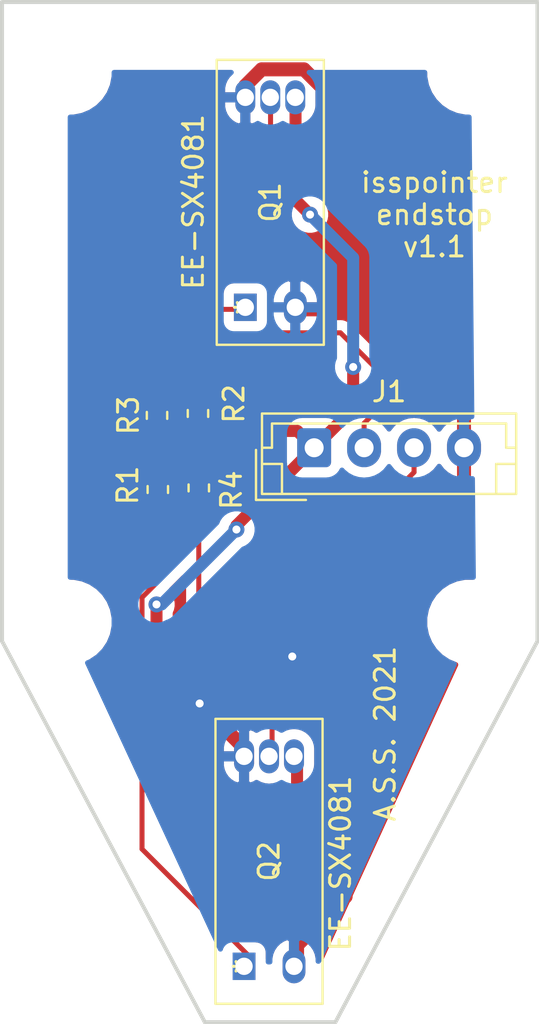
<source format=kicad_pcb>
(kicad_pcb (version 20171130) (host pcbnew "(5.1.5)-3")

  (general
    (thickness 1.6)
    (drawings 20)
    (tracks 87)
    (zones 0)
    (modules 11)
    (nets 7)
  )

  (page A4)
  (layers
    (0 F.Cu signal)
    (31 B.Cu signal)
    (32 B.Adhes user)
    (33 F.Adhes user)
    (34 B.Paste user)
    (35 F.Paste user)
    (36 B.SilkS user)
    (37 F.SilkS user)
    (38 B.Mask user)
    (39 F.Mask user)
    (40 Dwgs.User user)
    (41 Cmts.User user)
    (42 Eco1.User user)
    (43 Eco2.User user)
    (44 Edge.Cuts user)
    (45 Margin user)
    (46 B.CrtYd user)
    (47 F.CrtYd user)
    (48 B.Fab user)
    (49 F.Fab user hide)
  )

  (setup
    (last_trace_width 0.25)
    (trace_clearance 0.2)
    (zone_clearance 0.508)
    (zone_45_only no)
    (trace_min 0.2)
    (via_size 0.8)
    (via_drill 0.4)
    (via_min_size 0.4)
    (via_min_drill 0.3)
    (uvia_size 0.3)
    (uvia_drill 0.1)
    (uvias_allowed no)
    (uvia_min_size 0.2)
    (uvia_min_drill 0.1)
    (edge_width 0.1)
    (segment_width 0.2)
    (pcb_text_width 0.3)
    (pcb_text_size 1.5 1.5)
    (mod_edge_width 0.15)
    (mod_text_size 1 1)
    (mod_text_width 0.15)
    (pad_size 1.3716 1)
    (pad_drill 0.8636)
    (pad_to_mask_clearance 0)
    (aux_axis_origin 0 0)
    (visible_elements 7FFFFFFF)
    (pcbplotparams
      (layerselection 0x010fc_ffffffff)
      (usegerberextensions false)
      (usegerberattributes false)
      (usegerberadvancedattributes false)
      (creategerberjobfile false)
      (excludeedgelayer true)
      (linewidth 0.100000)
      (plotframeref false)
      (viasonmask false)
      (mode 1)
      (useauxorigin false)
      (hpglpennumber 1)
      (hpglpenspeed 20)
      (hpglpendiameter 15.000000)
      (psnegative false)
      (psa4output false)
      (plotreference true)
      (plotvalue true)
      (plotinvisibletext false)
      (padsonsilk false)
      (subtractmaskfromsilk false)
      (outputformat 1)
      (mirror false)
      (drillshape 0)
      (scaleselection 1)
      (outputdirectory "C:/Users/andrey/Desktop/endstop_board"))
  )

  (net 0 "")
  (net 1 +5V)
  (net 2 /END_V1)
  (net 3 /END_V2)
  (net 4 GND)
  (net 5 "Net-(Q1-Pad1)")
  (net 6 "Net-(Q2-Pad1)")

  (net_class Default "This is the default net class."
    (clearance 0.2)
    (trace_width 0.25)
    (via_dia 0.8)
    (via_drill 0.4)
    (uvia_dia 0.3)
    (uvia_drill 0.1)
    (add_net /END_V1)
    (add_net /END_V2)
    (add_net "Net-(Q1-Pad1)")
    (add_net "Net-(Q2-Pad1)")
  )

  (net_class ground ""
    (clearance 0.2)
    (trace_width 0.7)
    (via_dia 0.8)
    (via_drill 0.4)
    (uvia_dia 0.3)
    (uvia_drill 0.1)
    (add_net GND)
  )

  (net_class power ""
    (clearance 0.2)
    (trace_width 0.6)
    (via_dia 0.8)
    (via_drill 0.4)
    (uvia_dia 0.3)
    (uvia_drill 0.1)
    (add_net +5V)
  )

  (module Connector_JST:JST_EH_B4B-EH-A_1x04_P2.50mm_Vertical (layer F.Cu) (tedit 5C28142C) (tstamp 60AAD6F7)
    (at 126.95174 92.1766)
    (descr "JST EH series connector, B4B-EH-A (http://www.jst-mfg.com/product/pdf/eng/eEH.pdf), generated with kicad-footprint-generator")
    (tags "connector JST EH vertical")
    (path /60ACB42B)
    (fp_text reference J1 (at 3.75 -2.8) (layer F.SilkS)
      (effects (font (size 1 1) (thickness 0.15)))
    )
    (fp_text value Conn_01x04_Female (at 3.75 3.4) (layer F.Fab)
      (effects (font (size 1 1) (thickness 0.15)))
    )
    (fp_line (start -2.5 -1.6) (end -2.5 2.2) (layer F.Fab) (width 0.1))
    (fp_line (start -2.5 2.2) (end 10 2.2) (layer F.Fab) (width 0.1))
    (fp_line (start 10 2.2) (end 10 -1.6) (layer F.Fab) (width 0.1))
    (fp_line (start 10 -1.6) (end -2.5 -1.6) (layer F.Fab) (width 0.1))
    (fp_line (start -3 -2.1) (end -3 2.7) (layer F.CrtYd) (width 0.05))
    (fp_line (start -3 2.7) (end 10.5 2.7) (layer F.CrtYd) (width 0.05))
    (fp_line (start 10.5 2.7) (end 10.5 -2.1) (layer F.CrtYd) (width 0.05))
    (fp_line (start 10.5 -2.1) (end -3 -2.1) (layer F.CrtYd) (width 0.05))
    (fp_line (start -2.61 -1.71) (end -2.61 2.31) (layer F.SilkS) (width 0.12))
    (fp_line (start -2.61 2.31) (end 10.11 2.31) (layer F.SilkS) (width 0.12))
    (fp_line (start 10.11 2.31) (end 10.11 -1.71) (layer F.SilkS) (width 0.12))
    (fp_line (start 10.11 -1.71) (end -2.61 -1.71) (layer F.SilkS) (width 0.12))
    (fp_line (start -2.61 0) (end -2.11 0) (layer F.SilkS) (width 0.12))
    (fp_line (start -2.11 0) (end -2.11 -1.21) (layer F.SilkS) (width 0.12))
    (fp_line (start -2.11 -1.21) (end 9.61 -1.21) (layer F.SilkS) (width 0.12))
    (fp_line (start 9.61 -1.21) (end 9.61 0) (layer F.SilkS) (width 0.12))
    (fp_line (start 9.61 0) (end 10.11 0) (layer F.SilkS) (width 0.12))
    (fp_line (start -2.61 0.81) (end -1.61 0.81) (layer F.SilkS) (width 0.12))
    (fp_line (start -1.61 0.81) (end -1.61 2.31) (layer F.SilkS) (width 0.12))
    (fp_line (start 10.11 0.81) (end 9.11 0.81) (layer F.SilkS) (width 0.12))
    (fp_line (start 9.11 0.81) (end 9.11 2.31) (layer F.SilkS) (width 0.12))
    (fp_line (start -2.91 0.11) (end -2.91 2.61) (layer F.SilkS) (width 0.12))
    (fp_line (start -2.91 2.61) (end -0.41 2.61) (layer F.SilkS) (width 0.12))
    (fp_line (start -2.91 0.11) (end -2.91 2.61) (layer F.Fab) (width 0.1))
    (fp_line (start -2.91 2.61) (end -0.41 2.61) (layer F.Fab) (width 0.1))
    (fp_text user %R (at 3.75 1.5) (layer F.Fab)
      (effects (font (size 1 1) (thickness 0.15)))
    )
    (pad 1 thru_hole roundrect (at 0 0) (size 1.7 1.95) (drill 0.95) (layers *.Cu *.Mask) (roundrect_rratio 0.147059)
      (net 1 +5V))
    (pad 2 thru_hole oval (at 2.5 0) (size 1.7 1.95) (drill 0.95) (layers *.Cu *.Mask)
      (net 2 /END_V1))
    (pad 3 thru_hole oval (at 5 0) (size 1.7 1.95) (drill 0.95) (layers *.Cu *.Mask)
      (net 3 /END_V2))
    (pad 4 thru_hole oval (at 7.5 0) (size 1.7 1.95) (drill 0.95) (layers *.Cu *.Mask)
      (net 4 GND))
    (model ${KISYS3DMOD}/Connector_JST.3dshapes/JST_EH_B4B-EH-A_1x04_P2.50mm_Vertical.wrl
      (at (xyz 0 0 0))
      (scale (xyz 1 1 1))
      (rotate (xyz 0 0 0))
    )
  )

  (module Resistor_SMD:R_0603_1608Metric_Pad1.05x0.95mm_HandSolder (layer F.Cu) (tedit 5B301BBD) (tstamp 60AAD1DA)
    (at 121.13768 90.4621 90)
    (descr "Resistor SMD 0603 (1608 Metric), square (rectangular) end terminal, IPC_7351 nominal with elongated pad for handsoldering. (Body size source: http://www.tortai-tech.com/upload/download/2011102023233369053.pdf), generated with kicad-footprint-generator")
    (tags "resistor handsolder")
    (path /60AB05F0)
    (attr smd)
    (fp_text reference R2 (at 0.4826 1.79832 90) (layer F.SilkS)
      (effects (font (size 1 1) (thickness 0.15)))
    )
    (fp_text value "4.7K(5%)" (at 0 1.43 90) (layer F.Fab)
      (effects (font (size 1 1) (thickness 0.15)))
    )
    (fp_line (start -0.8 0.4) (end -0.8 -0.4) (layer F.Fab) (width 0.1))
    (fp_line (start -0.8 -0.4) (end 0.8 -0.4) (layer F.Fab) (width 0.1))
    (fp_line (start 0.8 -0.4) (end 0.8 0.4) (layer F.Fab) (width 0.1))
    (fp_line (start 0.8 0.4) (end -0.8 0.4) (layer F.Fab) (width 0.1))
    (fp_line (start -0.171267 -0.51) (end 0.171267 -0.51) (layer F.SilkS) (width 0.12))
    (fp_line (start -0.171267 0.51) (end 0.171267 0.51) (layer F.SilkS) (width 0.12))
    (fp_line (start -1.65 0.73) (end -1.65 -0.73) (layer F.CrtYd) (width 0.05))
    (fp_line (start -1.65 -0.73) (end 1.65 -0.73) (layer F.CrtYd) (width 0.05))
    (fp_line (start 1.65 -0.73) (end 1.65 0.73) (layer F.CrtYd) (width 0.05))
    (fp_line (start 1.65 0.73) (end -1.65 0.73) (layer F.CrtYd) (width 0.05))
    (fp_text user %R (at 0 0 90) (layer F.Fab)
      (effects (font (size 0.4 0.4) (thickness 0.06)))
    )
    (pad 1 smd roundrect (at -0.875 0 90) (size 1.05 0.95) (layers F.Cu F.Paste F.Mask) (roundrect_rratio 0.25)
      (net 1 +5V))
    (pad 2 smd roundrect (at 0.875 0 90) (size 1.05 0.95) (layers F.Cu F.Paste F.Mask) (roundrect_rratio 0.25)
      (net 2 /END_V1))
    (model ${KISYS3DMOD}/Resistor_SMD.3dshapes/R_0603_1608Metric.wrl
      (at (xyz 0 0 0))
      (scale (xyz 1 1 1))
      (rotate (xyz 0 0 0))
    )
  )

  (module Resistor_SMD:R_0603_1608Metric_Pad1.05x0.95mm_HandSolder (layer F.Cu) (tedit 60AAD170) (tstamp 60AAD1EB)
    (at 119.0879 90.55862 90)
    (descr "Resistor SMD 0603 (1608 Metric), square (rectangular) end terminal, IPC_7351 nominal with elongated pad for handsoldering. (Body size source: http://www.tortai-tech.com/upload/download/2011102023233369053.pdf), generated with kicad-footprint-generator")
    (tags "resistor handsolder")
    (path /60AC4F1F)
    (attr smd)
    (fp_text reference R3 (at 0 -1.43 90) (layer F.SilkS)
      (effects (font (size 1 1) (thickness 0.15)))
    )
    (fp_text value "330(5%)" (at 0 1.43 90) (layer F.Fab)
      (effects (font (size 1 1) (thickness 0.15)))
    )
    (fp_text user %R (at 0 0 90) (layer F.Fab)
      (effects (font (size 0.4 0.4) (thickness 0.06)))
    )
    (fp_line (start 1.65 0.73) (end -1.65 0.73) (layer F.CrtYd) (width 0.05))
    (fp_line (start 1.65 -0.73) (end 1.65 0.73) (layer F.CrtYd) (width 0.05))
    (fp_line (start -1.65 -0.73) (end 1.65 -0.73) (layer F.CrtYd) (width 0.05))
    (fp_line (start -1.65 0.73) (end -1.65 -0.73) (layer F.CrtYd) (width 0.05))
    (fp_line (start -0.171267 0.51) (end 0.171267 0.51) (layer F.SilkS) (width 0.12))
    (fp_line (start -0.171267 -0.51) (end 0.171267 -0.51) (layer F.SilkS) (width 0.12))
    (fp_line (start 0.8 0.4) (end -0.8 0.4) (layer F.Fab) (width 0.1))
    (fp_line (start 0.8 -0.4) (end 0.8 0.4) (layer F.Fab) (width 0.1))
    (fp_line (start -0.8 -0.4) (end 0.8 -0.4) (layer F.Fab) (width 0.1))
    (fp_line (start -0.8 0.4) (end -0.8 -0.4) (layer F.Fab) (width 0.1))
    (pad 2 smd roundrect (at 0.875 0 90) (size 1.05 0.95) (layers F.Cu F.Paste F.Mask) (roundrect_rratio 0.25)
      (net 6 "Net-(Q2-Pad1)"))
    (pad 1 smd roundrect (at -0.875 0 90) (size 1.05 0.95) (layers F.Cu F.Paste F.Mask) (roundrect_rratio 0.25)
      (net 1 +5V))
    (model ${KISYS3DMOD}/Resistor_SMD.3dshapes/R_0603_1608Metric.wrl
      (at (xyz 0 0 0))
      (scale (xyz 1 1 1))
      (rotate (xyz 0 0 0))
    )
  )

  (module Resistor_SMD:R_0603_1608Metric_Pad1.05x0.95mm_HandSolder (layer F.Cu) (tedit 5B301BBD) (tstamp 60AAD1FC)
    (at 121.17832 94.18574 270)
    (descr "Resistor SMD 0603 (1608 Metric), square (rectangular) end terminal, IPC_7351 nominal with elongated pad for handsoldering. (Body size source: http://www.tortai-tech.com/upload/download/2011102023233369053.pdf), generated with kicad-footprint-generator")
    (tags "resistor handsolder")
    (path /60AC4F15)
    (attr smd)
    (fp_text reference R4 (at 0.11176 -1.63068 90) (layer F.SilkS)
      (effects (font (size 1 1) (thickness 0.15)))
    )
    (fp_text value "4.7K(5%)" (at 0 1.43 90) (layer F.Fab)
      (effects (font (size 1 1) (thickness 0.15)))
    )
    (fp_line (start -0.8 0.4) (end -0.8 -0.4) (layer F.Fab) (width 0.1))
    (fp_line (start -0.8 -0.4) (end 0.8 -0.4) (layer F.Fab) (width 0.1))
    (fp_line (start 0.8 -0.4) (end 0.8 0.4) (layer F.Fab) (width 0.1))
    (fp_line (start 0.8 0.4) (end -0.8 0.4) (layer F.Fab) (width 0.1))
    (fp_line (start -0.171267 -0.51) (end 0.171267 -0.51) (layer F.SilkS) (width 0.12))
    (fp_line (start -0.171267 0.51) (end 0.171267 0.51) (layer F.SilkS) (width 0.12))
    (fp_line (start -1.65 0.73) (end -1.65 -0.73) (layer F.CrtYd) (width 0.05))
    (fp_line (start -1.65 -0.73) (end 1.65 -0.73) (layer F.CrtYd) (width 0.05))
    (fp_line (start 1.65 -0.73) (end 1.65 0.73) (layer F.CrtYd) (width 0.05))
    (fp_line (start 1.65 0.73) (end -1.65 0.73) (layer F.CrtYd) (width 0.05))
    (fp_text user %R (at 0 0 90) (layer F.Fab)
      (effects (font (size 0.4 0.4) (thickness 0.06)))
    )
    (pad 1 smd roundrect (at -0.875 0 270) (size 1.05 0.95) (layers F.Cu F.Paste F.Mask) (roundrect_rratio 0.25)
      (net 1 +5V))
    (pad 2 smd roundrect (at 0.875 0 270) (size 1.05 0.95) (layers F.Cu F.Paste F.Mask) (roundrect_rratio 0.25)
      (net 3 /END_V2))
    (model ${KISYS3DMOD}/Resistor_SMD.3dshapes/R_0603_1608Metric.wrl
      (at (xyz 0 0 0))
      (scale (xyz 1 1 1))
      (rotate (xyz 0 0 0))
    )
  )

  (module MountingHole:MountingHole_3.2mm_M3 (layer F.Cu) (tedit 56D1B4CB) (tstamp 60AB3399)
    (at 114.7064 100.8888)
    (descr "Mounting Hole 3.2mm, no annular, M3")
    (tags "mounting hole 3.2mm no annular m3")
    (attr virtual)
    (fp_text reference REF** (at 0 -4.2) (layer F.SilkS) hide
      (effects (font (size 1 1) (thickness 0.15)))
    )
    (fp_text value MountingHole_3.2mm_M3 (at 0 4.2) (layer F.Fab)
      (effects (font (size 1 1) (thickness 0.15)))
    )
    (fp_text user %R (at 0.3 0) (layer F.Fab)
      (effects (font (size 1 1) (thickness 0.15)))
    )
    (fp_circle (center 0 0) (end 3.2 0) (layer Cmts.User) (width 0.15))
    (fp_circle (center 0 0) (end 3.45 0) (layer F.CrtYd) (width 0.05))
    (pad 1 np_thru_hole circle (at 0 0) (size 3.2 3.2) (drill 3.2) (layers *.Cu *.Mask))
  )

  (module MountingHole:MountingHole_3.2mm_M3 (layer F.Cu) (tedit 56D1B4CB) (tstamp 60AB3386)
    (at 134.7216 100.8888)
    (descr "Mounting Hole 3.2mm, no annular, M3")
    (tags "mounting hole 3.2mm no annular m3")
    (attr virtual)
    (fp_text reference REF** (at 12.7254 -3.1623) (layer F.SilkS) hide
      (effects (font (size 1 1) (thickness 0.15)))
    )
    (fp_text value MountingHole_3.2mm_M3 (at 0 4.2) (layer F.Fab)
      (effects (font (size 1 1) (thickness 0.15)))
    )
    (fp_circle (center 0 0) (end 3.45 0) (layer F.CrtYd) (width 0.05))
    (fp_circle (center 0 0) (end 3.2 0) (layer Cmts.User) (width 0.15))
    (fp_text user %R (at 0.3 0) (layer F.Fab)
      (effects (font (size 1 1) (thickness 0.15)))
    )
    (pad 1 np_thru_hole circle (at 0 0) (size 3.2 3.2) (drill 3.2) (layers *.Cu *.Mask))
  )

  (module Resistor_SMD:R_0603_1608Metric_Pad1.05x0.95mm_HandSolder (layer F.Cu) (tedit 5B301BBD) (tstamp 60AAD1C9)
    (at 119.12854 94.26572 270)
    (descr "Resistor SMD 0603 (1608 Metric), square (rectangular) end terminal, IPC_7351 nominal with elongated pad for handsoldering. (Body size source: http://www.tortai-tech.com/upload/download/2011102023233369053.pdf), generated with kicad-footprint-generator")
    (tags "resistor handsolder")
    (path /60AB0FBD)
    (attr smd)
    (fp_text reference R1 (at -0.20828 1.50622 90) (layer F.SilkS)
      (effects (font (size 1 1) (thickness 0.15)))
    )
    (fp_text value "330(5%)" (at 0 1.43 90) (layer F.Fab)
      (effects (font (size 1 1) (thickness 0.15)))
    )
    (fp_text user %R (at 0 0 90) (layer F.Fab)
      (effects (font (size 0.4 0.4) (thickness 0.06)))
    )
    (fp_line (start 1.65 0.73) (end -1.65 0.73) (layer F.CrtYd) (width 0.05))
    (fp_line (start 1.65 -0.73) (end 1.65 0.73) (layer F.CrtYd) (width 0.05))
    (fp_line (start -1.65 -0.73) (end 1.65 -0.73) (layer F.CrtYd) (width 0.05))
    (fp_line (start -1.65 0.73) (end -1.65 -0.73) (layer F.CrtYd) (width 0.05))
    (fp_line (start -0.171267 0.51) (end 0.171267 0.51) (layer F.SilkS) (width 0.12))
    (fp_line (start -0.171267 -0.51) (end 0.171267 -0.51) (layer F.SilkS) (width 0.12))
    (fp_line (start 0.8 0.4) (end -0.8 0.4) (layer F.Fab) (width 0.1))
    (fp_line (start 0.8 -0.4) (end 0.8 0.4) (layer F.Fab) (width 0.1))
    (fp_line (start -0.8 -0.4) (end 0.8 -0.4) (layer F.Fab) (width 0.1))
    (fp_line (start -0.8 0.4) (end -0.8 -0.4) (layer F.Fab) (width 0.1))
    (pad 2 smd roundrect (at 0.875 0 270) (size 1.05 0.95) (layers F.Cu F.Paste F.Mask) (roundrect_rratio 0.25)
      (net 5 "Net-(Q1-Pad1)"))
    (pad 1 smd roundrect (at -0.875 0 270) (size 1.05 0.95) (layers F.Cu F.Paste F.Mask) (roundrect_rratio 0.25)
      (net 1 +5V))
    (model ${KISYS3DMOD}/Resistor_SMD.3dshapes/R_0603_1608Metric.wrl
      (at (xyz 0 0 0))
      (scale (xyz 1 1 1))
      (rotate (xyz 0 0 0))
    )
  )

  (module MountingHole:MountingHole_3.2mm_M3 (layer F.Cu) (tedit 56D1B4CB) (tstamp 60AB33E7)
    (at 134.7216 73.406)
    (descr "Mounting Hole 3.2mm, no annular, M3")
    (tags "mounting hole 3.2mm no annular m3")
    (attr virtual)
    (fp_text reference REF** (at 0 -4.2) (layer F.SilkS) hide
      (effects (font (size 1 1) (thickness 0.15)))
    )
    (fp_text value MountingHole_3.2mm_M3 (at 0 4.2) (layer F.Fab)
      (effects (font (size 1 1) (thickness 0.15)))
    )
    (fp_text user %R (at 0.3 0) (layer F.Fab)
      (effects (font (size 1 1) (thickness 0.15)))
    )
    (fp_circle (center 0 0) (end 3.2 0) (layer Cmts.User) (width 0.15))
    (fp_circle (center 0 0) (end 3.45 0) (layer F.CrtYd) (width 0.05))
    (pad 1 np_thru_hole circle (at 0 0) (size 3.2 3.2) (drill 3.2) (layers *.Cu *.Mask))
  )

  (module MountingHole:MountingHole_3.2mm_M3 (layer F.Cu) (tedit 56D1B4CB) (tstamp 60AB33D9)
    (at 114.7064 73.406)
    (descr "Mounting Hole 3.2mm, no annular, M3")
    (tags "mounting hole 3.2mm no annular m3")
    (attr virtual)
    (fp_text reference REF** (at 0 -4.2) (layer F.SilkS) hide
      (effects (font (size 1 1) (thickness 0.15)))
    )
    (fp_text value MountingHole_3.2mm_M3 (at 0 4.2) (layer F.Fab)
      (effects (font (size 1 1) (thickness 0.15)))
    )
    (fp_circle (center 0 0) (end 3.45 0) (layer F.CrtYd) (width 0.05))
    (fp_circle (center 0 0) (end 3.2 0) (layer Cmts.User) (width 0.15))
    (fp_text user %R (at 0.3 0) (layer F.Fab)
      (effects (font (size 1 1) (thickness 0.15)))
    )
    (pad 1 np_thru_hole circle (at 0 0) (size 3.2 3.2) (drill 3.2) (layers *.Cu *.Mask))
  )

  (module isspointer:EE-SX4081 (layer F.Cu) (tedit 60BD17F8) (tstamp 60BD712C)
    (at 123.5075 85.1535 90)
    (path /60BF0159)
    (fp_text reference Q1 (at 5.25 1.25 90) (layer F.SilkS)
      (effects (font (size 1 1) (thickness 0.15)))
    )
    (fp_text value EE-SX4081 (at 5.2705 -2.6035 90) (layer F.SilkS)
      (effects (font (size 1 1) (thickness 0.15)))
    )
    (fp_circle (center -1.2397 0) (end -1.2397 0) (layer F.Fab) (width 0.1))
    (fp_line (start 12.5017 4.0567) (end -2.0017 4.0567) (layer F.CrtYd) (width 0.05))
    (fp_line (start 12.5017 -1.5567) (end 12.5017 4.0567) (layer F.CrtYd) (width 0.05))
    (fp_line (start -2.0017 -1.5567) (end 12.5017 -1.5567) (layer F.CrtYd) (width 0.05))
    (fp_line (start -2.0017 4.0567) (end -2.0017 -1.5567) (layer F.CrtYd) (width 0.05))
    (fp_line (start -1.8747 -1.4297) (end -1.8747 3.9297) (layer F.SilkS) (width 0.12))
    (fp_line (start 12.3747 -1.4297) (end 12.3747 3.9297) (layer F.SilkS) (width 0.12))
    (fp_line (start 12.3747 3.9297) (end -1.8747 3.9297) (layer F.SilkS) (width 0.12))
    (fp_line (start 12.3747 -1.4297) (end -1.8747 -1.4297) (layer F.SilkS) (width 0.12))
    (fp_line (start -1.7477 -1.3027) (end -1.7477 3.8027) (layer F.Fab) (width 0.1))
    (fp_line (start 12.2477 -1.3027) (end 12.2477 3.8027) (layer F.Fab) (width 0.1))
    (fp_line (start 12.2477 3.8027) (end -1.7477 3.8027) (layer F.Fab) (width 0.1))
    (fp_line (start 12.2477 -1.3027) (end -1.7477 -1.3027) (layer F.Fab) (width 0.1))
    (fp_text user * (at 0 0 90) (layer F.Fab)
      (effects (font (size 1 1) (thickness 0.15)))
    )
    (fp_text user * (at 0 0 90) (layer F.SilkS)
      (effects (font (size 1 1) (thickness 0.15)))
    )
    (fp_text user "Copyright 2021 Accelerated Designs. All rights reserved." (at 0 0 90) (layer Cmts.User)
      (effects (font (size 0.127 0.127) (thickness 0.002)))
    )
    (pad 5 thru_hole oval (at 10.499999 0 90) (size 1.7 1) (drill 0.8636) (layers *.Cu *.Mask)
      (net 4 GND))
    (pad 4 thru_hole oval (at 10.499999 1.25 90) (size 1.7 1) (drill 0.8636) (layers *.Cu *.Mask)
      (net 2 /END_V1))
    (pad 3 thru_hole oval (at 10.499999 2.5 90) (size 1.7 1) (drill 0.8636) (layers *.Cu *.Mask)
      (net 1 +5V))
    (pad 2 thru_hole oval (at 0 2.5 90) (size 1.7 1.143) (drill 0.8636) (layers *.Cu *.Mask)
      (net 4 GND))
    (pad 1 thru_hole rect (at 0 0 90) (size 1.3716 1.143) (drill 0.8636) (layers *.Cu *.Mask)
      (net 5 "Net-(Q1-Pad1)"))
    (model ${ALT3DMOD}/esp32_arduino_isspointer/hardware/EE_SX4081.step
      (offset (xyz 0 -2.5 0))
      (scale (xyz 1 1 1))
      (rotate (xyz -90 0 0))
    )
  )

  (module isspointer:EE-SX4081 (layer F.Cu) (tedit 60BD17F8) (tstamp 60BD7145)
    (at 123.444 118.11 90)
    (path /60BD1865)
    (fp_text reference Q2 (at 5.25 1.25 90) (layer F.SilkS)
      (effects (font (size 1 1) (thickness 0.15)))
    )
    (fp_text value EE-SX4081 (at 5.1435 4.826 90) (layer F.SilkS)
      (effects (font (size 1 1) (thickness 0.15)))
    )
    (fp_text user "Copyright 2021 Accelerated Designs. All rights reserved." (at 0 0 90) (layer Cmts.User)
      (effects (font (size 0.127 0.127) (thickness 0.002)))
    )
    (fp_text user * (at 0 0 90) (layer F.SilkS)
      (effects (font (size 1 1) (thickness 0.15)))
    )
    (fp_text user * (at 0 0 90) (layer F.Fab)
      (effects (font (size 1 1) (thickness 0.15)))
    )
    (fp_line (start 12.2477 -1.3027) (end -1.7477 -1.3027) (layer F.Fab) (width 0.1))
    (fp_line (start 12.2477 3.8027) (end -1.7477 3.8027) (layer F.Fab) (width 0.1))
    (fp_line (start 12.2477 -1.3027) (end 12.2477 3.8027) (layer F.Fab) (width 0.1))
    (fp_line (start -1.7477 -1.3027) (end -1.7477 3.8027) (layer F.Fab) (width 0.1))
    (fp_line (start 12.3747 -1.4297) (end -1.8747 -1.4297) (layer F.SilkS) (width 0.12))
    (fp_line (start 12.3747 3.9297) (end -1.8747 3.9297) (layer F.SilkS) (width 0.12))
    (fp_line (start 12.3747 -1.4297) (end 12.3747 3.9297) (layer F.SilkS) (width 0.12))
    (fp_line (start -1.8747 -1.4297) (end -1.8747 3.9297) (layer F.SilkS) (width 0.12))
    (fp_line (start -2.0017 4.0567) (end -2.0017 -1.5567) (layer F.CrtYd) (width 0.05))
    (fp_line (start -2.0017 -1.5567) (end 12.5017 -1.5567) (layer F.CrtYd) (width 0.05))
    (fp_line (start 12.5017 -1.5567) (end 12.5017 4.0567) (layer F.CrtYd) (width 0.05))
    (fp_line (start 12.5017 4.0567) (end -2.0017 4.0567) (layer F.CrtYd) (width 0.05))
    (fp_circle (center -1.2397 0) (end -1.2397 0) (layer F.Fab) (width 0.1))
    (pad 1 thru_hole rect (at 0 0 90) (size 1.3716 1.143) (drill 0.8636) (layers *.Cu *.Mask)
      (net 6 "Net-(Q2-Pad1)"))
    (pad 2 thru_hole oval (at 0 2.5 90) (size 1.7 1.143) (drill 0.8636) (layers *.Cu *.Mask)
      (net 4 GND))
    (pad 3 thru_hole oval (at 10.499999 2.5 90) (size 1.7 1) (drill 0.8636) (layers *.Cu *.Mask)
      (net 1 +5V))
    (pad 4 thru_hole oval (at 10.499999 1.25 90) (size 1.7 1) (drill 0.8636) (layers *.Cu *.Mask)
      (net 3 /END_V2))
    (pad 5 thru_hole oval (at 10.499999 0 90) (size 1.7 1) (drill 0.8636) (layers *.Cu *.Mask)
      (net 4 GND))
    (model ${ALT3DMOD}/esp32_arduino_isspointer/hardware/EE_SX4081.step
      (offset (xyz 0 -2.5 0))
      (scale (xyz 1 1 1))
      (rotate (xyz -90 0 0))
    )
  )

  (gr_text "A.S.S. 2021" (at 130.5052 106.4768 90) (layer F.SilkS)
    (effects (font (size 1 1) (thickness 0.15)))
  )
  (gr_line (start 138.13 69.885) (end 111.33 69.885) (layer Edge.Cuts) (width 0.2))
  (gr_circle (center 134.729999 73.385) (end 136.379999 73.385) (layer Dwgs.User) (width 0.2))
  (gr_circle (center 114.730001 73.385) (end 116.380001 73.385) (layer Dwgs.User) (width 0.2))
  (gr_circle (center 134.729999 100.885) (end 136.379999 100.885) (layer Dwgs.User) (width 0.2))
  (gr_line (start 121.48 120.904) (end 111.33 101.845052) (layer Edge.Cuts) (width 0.2))
  (gr_text "isspointer\nendstop\nv1.1" (at 132.969 80.518) (layer F.SilkS)
    (effects (font (size 1 1) (thickness 0.15)))
  )
  (gr_line (start 126.905 75.585) (end 122.555 75.585) (layer Dwgs.User) (width 0.2))
  (gr_line (start 122.555 117.585) (end 126.904999 117.585) (layer Dwgs.User) (width 0.2))
  (gr_line (start 126.904999 108.585) (end 122.555 108.585) (layer Dwgs.User) (width 0.2))
  (gr_line (start 122.555 75.585) (end 122.555 84.584999) (layer Dwgs.User) (width 0.2))
  (gr_line (start 122.555 84.584999) (end 126.905 84.584999) (layer Dwgs.User) (width 0.2))
  (gr_line (start 122.555 108.585) (end 122.555 117.585) (layer Dwgs.User) (width 0.2))
  (gr_circle (center 114.730001 100.885) (end 116.380001 100.885) (layer Dwgs.User) (width 0.2))
  (gr_line (start 111.33 101.845052) (end 111.33 69.885) (layer Edge.Cuts) (width 0.2))
  (gr_line (start 138.129999 101.845052) (end 138.13 69.885) (layer Edge.Cuts) (width 0.2))
  (gr_line (start 128.016 120.904) (end 138.129999 101.845052) (layer Edge.Cuts) (width 0.2) (tstamp 60BD6A7E))
  (gr_line (start 126.904999 117.585) (end 126.904999 108.585) (layer Dwgs.User) (width 0.2))
  (gr_line (start 126.905 84.584999) (end 126.905 75.585) (layer Dwgs.User) (width 0.2))
  (gr_line (start 121.48 120.904) (end 128.016 120.904) (layer Edge.Cuts) (width 0.2))

  (segment (start 119.18442 91.3371) (end 119.0879 91.43362) (width 0.6) (layer F.Cu) (net 1) (status 30))
  (segment (start 121.13768 91.3371) (end 119.18442 91.3371) (width 0.6) (layer F.Cu) (net 1) (status 30))
  (segment (start 119.0879 93.35008) (end 119.12854 93.39072) (width 0.6) (layer F.Cu) (net 1) (status 30))
  (segment (start 119.0879 91.43362) (end 119.0879 93.35008) (width 0.6) (layer F.Cu) (net 1) (status 30))
  (segment (start 121.09834 93.39072) (end 121.17832 93.31074) (width 0.6) (layer F.Cu) (net 1) (status 30))
  (segment (start 119.12854 93.39072) (end 121.09834 93.39072) (width 0.6) (layer F.Cu) (net 1) (status 30))
  (segment (start 121.17832 91.37774) (end 121.13768 91.3371) (width 0.6) (layer F.Cu) (net 1) (status 30))
  (segment (start 121.17832 93.31074) (end 121.17832 91.37774) (width 0.6) (layer F.Cu) (net 1) (status 30))
  (segment (start 126.11224 91.3371) (end 126.95174 92.1766) (width 0.6) (layer F.Cu) (net 1) (status 20))
  (segment (start 121.13768 91.3371) (end 126.11224 91.3371) (width 0.6) (layer F.Cu) (net 1) (status 10))
  (via (at 126.746 80.518) (size 0.8) (drill 0.4) (layers F.Cu B.Cu) (net 1))
  (segment (start 126.0202 74.755101) (end 126.0202 79.7922) (width 0.6) (layer F.Cu) (net 1))
  (segment (start 126.0202 79.7922) (end 126.746 80.518) (width 0.6) (layer F.Cu) (net 1))
  (via (at 128.905 88.138) (size 0.8) (drill 0.4) (layers F.Cu B.Cu) (net 1))
  (segment (start 126.746 80.518) (end 128.905 82.677) (width 0.6) (layer B.Cu) (net 1))
  (segment (start 128.905 82.677) (end 128.905 88.138) (width 0.6) (layer B.Cu) (net 1))
  (segment (start 128.905 90.22334) (end 126.95174 92.1766) (width 0.6) (layer F.Cu) (net 1) (status 20))
  (segment (start 128.905 88.138) (end 128.905 90.22334) (width 0.6) (layer F.Cu) (net 1))
  (segment (start 126.0964 109.226001) (end 124.133901 111.1885) (width 0.6) (layer F.Cu) (net 1))
  (segment (start 126.0964 107.940201) (end 126.0964 109.226001) (width 0.6) (layer F.Cu) (net 1))
  (segment (start 124.133901 111.1885) (end 120.8405 111.1885) (width 0.6) (layer F.Cu) (net 1))
  (segment (start 120.8405 111.1885) (end 119.0625 109.4105) (width 0.6) (layer F.Cu) (net 1))
  (via (at 119.0625 100.0125) (size 0.8) (drill 0.4) (layers F.Cu B.Cu) (net 1))
  (segment (start 119.0625 109.4105) (end 119.0625 100.0125) (width 0.6) (layer F.Cu) (net 1))
  (segment (start 119.0625 100.0125) (end 119.3165 100.0125) (width 0.6) (layer B.Cu) (net 1))
  (via (at 123.063 96.266) (size 0.8) (drill 0.4) (layers F.Cu B.Cu) (net 1))
  (segment (start 119.3165 100.0125) (end 123.063 96.266) (width 0.6) (layer B.Cu) (net 1))
  (segment (start 123.063 96.06534) (end 126.95174 92.1766) (width 0.6) (layer F.Cu) (net 1) (status 20))
  (segment (start 123.063 96.266) (end 123.063 96.06534) (width 0.6) (layer F.Cu) (net 1))
  (segment (start 124.7702 86.42958) (end 121.61268 89.5871) (width 0.25) (layer F.Cu) (net 2))
  (segment (start 121.61268 89.5871) (end 121.13768 89.5871) (width 0.25) (layer F.Cu) (net 2) (status 20))
  (segment (start 124.7702 74.755101) (end 124.7702 86.42958) (width 0.25) (layer F.Cu) (net 2))
  (segment (start 129.45174 90.9516) (end 129.45174 92.1766) (width 0.25) (layer F.Cu) (net 2) (status 20))
  (segment (start 130.55174 89.8516) (end 129.45174 90.9516) (width 0.25) (layer F.Cu) (net 2))
  (segment (start 128.269582 86.42958) (end 130.55174 88.711738) (width 0.25) (layer F.Cu) (net 2))
  (segment (start 130.55174 88.711738) (end 130.55174 89.8516) (width 0.25) (layer F.Cu) (net 2))
  (segment (start 124.7702 86.42958) (end 128.269582 86.42958) (width 0.25) (layer F.Cu) (net 2))
  (segment (start 124.8464 107.940201) (end 124.8464 104.4629) (width 0.25) (layer F.Cu) (net 3))
  (segment (start 121.17832 100.79482) (end 121.17832 95.06074) (width 0.25) (layer F.Cu) (net 3) (status 20))
  (segment (start 122.90425 102.44909) (end 122.90425 102.52075) (width 0.25) (layer F.Cu) (net 3))
  (segment (start 131.95174 92.1766) (end 131.95174 93.4016) (width 0.25) (layer F.Cu) (net 3) (status 10))
  (segment (start 124.8464 104.4629) (end 122.90425 102.52075) (width 0.25) (layer F.Cu) (net 3))
  (segment (start 131.95174 93.4016) (end 122.90425 102.44909) (width 0.25) (layer F.Cu) (net 3))
  (segment (start 122.90425 102.52075) (end 121.17832 100.79482) (width 0.25) (layer F.Cu) (net 3))
  (segment (start 129.20524 85.2551) (end 127.2917 85.2551) (width 0.7) (layer F.Cu) (net 4))
  (segment (start 127.2917 85.2551) (end 126.0202 85.2551) (width 0.7) (layer F.Cu) (net 4))
  (segment (start 134.45174 92.1766) (end 134.45174 90.5016) (width 0.7) (layer F.Cu) (net 4) (status 10))
  (segment (start 129.286 85.217) (end 129.20524 85.2551) (width 0.7) (layer F.Cu) (net 4))
  (segment (start 126.0964 117.0544) (end 128.524 114.6268) (width 0.7) (layer F.Cu) (net 4))
  (segment (start 126.0964 118.4402) (end 126.0964 117.0544) (width 0.7) (layer F.Cu) (net 4))
  (segment (start 134.45174 93.8516) (end 134.45174 92.1766) (width 0.7) (layer F.Cu) (net 4) (status 20))
  (segment (start 128.524 99.77934) (end 134.45174 93.8516) (width 0.7) (layer F.Cu) (net 4))
  (via (at 121.2215 104.9655) (size 0.8) (drill 0.4) (layers F.Cu B.Cu) (net 4))
  (segment (start 123.5964 107.940201) (end 123.5964 107.3404) (width 0.7) (layer F.Cu) (net 4))
  (segment (start 123.5964 107.3404) (end 121.2215 104.9655) (width 0.7) (layer F.Cu) (net 4))
  (via (at 125.857 102.616) (size 0.8) (drill 0.4) (layers F.Cu B.Cu) (net 4))
  (segment (start 121.2215 104.9655) (end 123.5075 104.9655) (width 0.7) (layer B.Cu) (net 4))
  (segment (start 123.5075 104.9655) (end 125.857 102.616) (width 0.7) (layer B.Cu) (net 4))
  (segment (start 128.3335 100.1395) (end 128.524 100.1395) (width 0.7) (layer F.Cu) (net 4))
  (segment (start 125.857 102.616) (end 128.3335 100.1395) (width 0.7) (layer F.Cu) (net 4))
  (segment (start 128.524 114.6268) (end 128.524 100.1395) (width 0.7) (layer F.Cu) (net 4))
  (segment (start 128.524 100.1395) (end 128.524 99.77934) (width 0.7) (layer F.Cu) (net 4))
  (segment (start 130.6195 77.430563) (end 130.6195 86.741) (width 0.7) (layer F.Cu) (net 4))
  (segment (start 124.322572 73.253491) (end 126.442428 73.253491) (width 0.7) (layer F.Cu) (net 4))
  (segment (start 123.5075 74.068563) (end 124.322572 73.253491) (width 0.7) (layer F.Cu) (net 4))
  (segment (start 123.5075 74.653501) (end 123.5075 74.068563) (width 0.7) (layer F.Cu) (net 4))
  (segment (start 126.442428 73.253491) (end 130.6195 77.430563) (width 0.7) (layer F.Cu) (net 4))
  (segment (start 134.45174 90.5016) (end 130.6195 86.741) (width 0.7) (layer F.Cu) (net 4))
  (segment (start 130.6195 86.741) (end 129.286 85.217) (width 0.7) (layer F.Cu) (net 4))
  (segment (start 122.19591 85.2551) (end 122.17051 85.2805) (width 0.25) (layer F.Cu) (net 5))
  (segment (start 123.5202 85.2551) (end 122.19591 85.2551) (width 0.25) (layer F.Cu) (net 5))
  (segment (start 122.17051 85.2805) (end 120.269 85.2805) (width 0.25) (layer F.Cu) (net 5))
  (segment (start 120.269 85.2805) (end 116.459 89.0905) (width 0.25) (layer F.Cu) (net 5))
  (segment (start 118.65354 95.14072) (end 119.12854 95.14072) (width 0.25) (layer F.Cu) (net 5) (status 30))
  (segment (start 116.459 92.94618) (end 118.65354 95.14072) (width 0.25) (layer F.Cu) (net 5) (status 20))
  (segment (start 116.459 89.0905) (end 116.459 92.94618) (width 0.25) (layer F.Cu) (net 5))
  (segment (start 118.6129 89.68362) (end 119.0879 89.68362) (width 0.25) (layer F.Cu) (net 6) (status 30))
  (segment (start 118.28789 90.00863) (end 118.6129 89.68362) (width 0.25) (layer F.Cu) (net 6) (status 20))
  (segment (start 118.28789 93.87058) (end 118.28789 90.00863) (width 0.25) (layer F.Cu) (net 6))
  (segment (start 119.59904 94.24073) (end 118.65804 94.24073) (width 0.25) (layer F.Cu) (net 6))
  (segment (start 120.37831 95.02) (end 119.59904 94.24073) (width 0.25) (layer F.Cu) (net 6))
  (segment (start 120.37831 97.623688) (end 120.37831 95.02) (width 0.25) (layer F.Cu) (net 6))
  (segment (start 118.337499 99.664499) (end 120.37831 97.623688) (width 0.25) (layer F.Cu) (net 6))
  (segment (start 118.65804 94.24073) (end 118.28789 93.87058) (width 0.25) (layer F.Cu) (net 6))
  (segment (start 123.5964 117.5044) (end 118.337499 112.245499) (width 0.25) (layer F.Cu) (net 6))
  (segment (start 118.337499 112.245499) (end 118.337499 99.664499) (width 0.25) (layer F.Cu) (net 6))
  (segment (start 123.5964 118.4402) (end 123.5964 117.5044) (width 0.25) (layer F.Cu) (net 6))

  (zone (net 4) (net_name GND) (layer F.Cu) (tstamp 60BD744E) (hatch edge 0.508)
    (connect_pads (clearance 0.508))
    (min_thickness 0.254)
    (fill yes (arc_segments 32) (thermal_gap 0.508) (thermal_bridge_width 0.508))
    (polygon
      (pts
        (xy 135.0645 101.092) (xy 127.381 117.856) (xy 122.428 117.856) (xy 114.681 100.711) (xy 114.681 79.248)
        (xy 114.7064 73.406) (xy 134.747 73.279)
      )
    )
    (filled_polygon
      (pts
        (xy 132.4866 73.626128) (xy 132.57249 74.057925) (xy 132.740969 74.464669) (xy 132.985562 74.830729) (xy 133.296871 75.142038)
        (xy 133.662931 75.386631) (xy 134.069675 75.55511) (xy 134.501472 75.641) (xy 134.646955 75.641) (xy 134.817872 90.613362)
        (xy 134.80863 90.610124) (xy 134.57874 90.731445) (xy 134.57874 92.0496) (xy 134.59874 92.0496) (xy 134.59874 92.3036)
        (xy 134.57874 92.3036) (xy 134.57874 93.621755) (xy 134.80863 93.743076) (xy 134.85342 93.727385) (xy 134.909658 98.6538)
        (xy 134.501472 98.6538) (xy 134.069675 98.73969) (xy 133.662931 98.908169) (xy 133.296871 99.152762) (xy 132.985562 99.464071)
        (xy 132.740969 99.830131) (xy 132.57249 100.236875) (xy 132.4866 100.668672) (xy 132.4866 101.108928) (xy 132.57249 101.540725)
        (xy 132.740969 101.947469) (xy 132.985562 102.313529) (xy 133.296871 102.624838) (xy 133.662931 102.869431) (xy 134.038785 103.025115)
        (xy 127.299505 117.729) (xy 127.1505 117.729) (xy 127.1505 117.7045) (xy 127.102541 117.471564) (xy 127.01006 117.25246)
        (xy 126.876611 117.055608) (xy 126.707322 116.888573) (xy 126.508699 116.757774) (xy 126.288375 116.668238) (xy 126.257126 116.666342)
        (xy 126.071 116.791475) (xy 126.071 117.729) (xy 125.817 117.729) (xy 125.817 116.791475) (xy 125.630874 116.666342)
        (xy 125.599625 116.668238) (xy 125.379301 116.757774) (xy 125.180678 116.888573) (xy 125.011389 117.055608) (xy 124.87794 117.25246)
        (xy 124.785459 117.471564) (xy 124.7375 117.7045) (xy 124.7375 117.729) (xy 124.653572 117.729) (xy 124.653572 117.4242)
        (xy 124.641312 117.299718) (xy 124.605002 117.18002) (xy 124.546037 117.069706) (xy 124.466685 116.973015) (xy 124.369994 116.893663)
        (xy 124.25968 116.834698) (xy 124.139982 116.798388) (xy 124.0155 116.786128) (xy 123.95293 116.786128) (xy 120.543286 113.376484)
        (xy 119.584671 111.25496) (xy 120.14687 111.817159) (xy 120.176156 111.852844) (xy 120.318528 111.969686) (xy 120.42438 112.026265)
        (xy 120.480959 112.056507) (xy 120.657208 112.109972) (xy 120.8405 112.128024) (xy 120.886435 112.1235) (xy 124.087969 112.1235)
        (xy 124.133901 112.128024) (xy 124.179833 112.1235) (xy 124.317193 112.109971) (xy 124.493441 112.056507) (xy 124.655873 111.969686)
        (xy 124.798245 111.852844) (xy 124.827531 111.817159) (xy 126.725059 109.919631) (xy 126.760744 109.890345) (xy 126.877586 109.747973)
        (xy 126.959997 109.593792) (xy 126.964407 109.585542) (xy 127.017872 109.409293) (xy 127.035924 109.226001) (xy 127.0314 109.180066)
        (xy 127.0314 108.285275) (xy 127.062577 108.182499) (xy 127.079 108.015752) (xy 127.079 107.204249) (xy 127.062577 107.037502)
        (xy 126.997676 106.823554) (xy 126.892284 106.626378) (xy 126.750449 106.453552) (xy 126.577623 106.311717) (xy 126.380446 106.206325)
        (xy 126.166498 106.141424) (xy 125.944 106.11951) (xy 125.721501 106.141424) (xy 125.6064 106.17634) (xy 125.6064 104.500223)
        (xy 125.610076 104.4629) (xy 125.6064 104.425577) (xy 125.6064 104.425567) (xy 125.595403 104.313914) (xy 125.551946 104.170653)
        (xy 125.481374 104.038624) (xy 125.386401 103.922899) (xy 125.357403 103.899101) (xy 123.943221 102.48492) (xy 132.462743 93.965399)
        (xy 132.491741 93.941601) (xy 132.527796 93.897668) (xy 132.586714 93.825877) (xy 132.657286 93.693847) (xy 132.670298 93.650952)
        (xy 132.688257 93.591746) (xy 132.780754 93.542306) (xy 133.006874 93.356734) (xy 133.192446 93.130614) (xy 133.206202 93.104878)
        (xy 133.362691 93.311029) (xy 133.580547 93.504096) (xy 133.831882 93.650952) (xy 134.09485 93.743076) (xy 134.32474 93.621755)
        (xy 134.32474 92.3036) (xy 134.30474 92.3036) (xy 134.30474 92.0496) (xy 134.32474 92.0496) (xy 134.32474 90.731445)
        (xy 134.09485 90.610124) (xy 133.831882 90.702248) (xy 133.580547 90.849104) (xy 133.362691 91.042171) (xy 133.206202 91.248322)
        (xy 133.192446 91.222586) (xy 133.006874 90.996466) (xy 132.780753 90.810894) (xy 132.522773 90.673001) (xy 132.24285 90.588087)
        (xy 131.95174 90.559415) (xy 131.660629 90.588087) (xy 131.380706 90.673001) (xy 131.122726 90.810894) (xy 130.896606 90.996466)
        (xy 130.711034 91.222587) (xy 130.70174 91.239974) (xy 130.692446 91.222586) (xy 130.506874 90.996466) (xy 130.493034 90.985108)
        (xy 131.062743 90.415399) (xy 131.091741 90.391601) (xy 131.137288 90.336102) (xy 131.186714 90.275877) (xy 131.257286 90.143847)
        (xy 131.268191 90.107896) (xy 131.300743 90.000586) (xy 131.31174 89.888933) (xy 131.31174 89.888923) (xy 131.315416 89.8516)
        (xy 131.31174 89.814277) (xy 131.31174 88.749063) (xy 131.315416 88.711738) (xy 131.31174 88.674413) (xy 131.31174 88.674405)
        (xy 131.300743 88.562752) (xy 131.257286 88.419491) (xy 131.186714 88.287462) (xy 131.091741 88.171737) (xy 131.062744 88.14794)
        (xy 128.833386 85.918583) (xy 128.809583 85.889579) (xy 128.693858 85.794606) (xy 128.561829 85.724034) (xy 128.418568 85.680577)
        (xy 128.306915 85.66958) (xy 128.306904 85.66958) (xy 128.269582 85.665904) (xy 128.23226 85.66958) (xy 127.191233 85.66958)
        (xy 127.214 85.559) (xy 127.214 85.2805) (xy 126.1345 85.2805) (xy 126.1345 85.3005) (xy 125.8805 85.3005)
        (xy 125.8805 85.2805) (xy 125.8605 85.2805) (xy 125.8605 85.0265) (xy 125.8805 85.0265) (xy 125.8805 83.834975)
        (xy 126.1345 83.834975) (xy 126.1345 85.0265) (xy 127.214 85.0265) (xy 127.214 84.748) (xy 127.166041 84.515064)
        (xy 127.07356 84.29596) (xy 126.940111 84.099108) (xy 126.770822 83.932073) (xy 126.572199 83.801274) (xy 126.351875 83.711738)
        (xy 126.320626 83.709842) (xy 126.1345 83.834975) (xy 125.8805 83.834975) (xy 125.694374 83.709842) (xy 125.663125 83.711738)
        (xy 125.5302 83.765757) (xy 125.5302 80.624489) (xy 125.768569 80.862859) (xy 125.828795 81.008256) (xy 125.942063 81.177774)
        (xy 126.086226 81.321937) (xy 126.255744 81.435205) (xy 126.444102 81.513226) (xy 126.644061 81.553) (xy 126.847939 81.553)
        (xy 127.047898 81.513226) (xy 127.236256 81.435205) (xy 127.405774 81.321937) (xy 127.549937 81.177774) (xy 127.663205 81.008256)
        (xy 127.741226 80.819898) (xy 127.781 80.619939) (xy 127.781 80.416061) (xy 127.741226 80.216102) (xy 127.663205 80.027744)
        (xy 127.549937 79.858226) (xy 127.405774 79.714063) (xy 127.236256 79.600795) (xy 127.090859 79.540569) (xy 126.9552 79.404911)
        (xy 126.9552 75.637836) (xy 126.955784 75.637124) (xy 127.061176 75.439948) (xy 127.126077 75.225999) (xy 127.1425 75.059252)
        (xy 127.1425 74.247749) (xy 127.126077 74.081002) (xy 127.061176 73.867054) (xy 126.955784 73.669878) (xy 126.813949 73.497052)
        (xy 126.764643 73.456588) (xy 132.4866 73.420327)
      )
    )
    (filled_polygon
      (pts
        (xy 120.41832 100.757497) (xy 120.414644 100.79482) (xy 120.41832 100.832142) (xy 120.41832 100.832152) (xy 120.429317 100.943805)
        (xy 120.448707 101.007726) (xy 120.472774 101.087066) (xy 120.543346 101.219096) (xy 120.583191 101.267646) (xy 120.638319 101.334821)
        (xy 120.667323 101.358624) (xy 122.34045 103.031752) (xy 122.364249 103.060751) (xy 122.393246 103.084548) (xy 122.393247 103.084549)
        (xy 122.393252 103.084553) (xy 124.086401 104.777703) (xy 124.0864 106.297807) (xy 124.066001 106.308711) (xy 123.968976 106.245725)
        (xy 123.745874 106.165882) (xy 123.571 106.292047) (xy 123.571 107.082411) (xy 123.559 107.20425) (xy 123.559 108.015753)
        (xy 123.571 108.137592) (xy 123.571 108.927955) (xy 123.745874 109.05412) (xy 123.968976 108.974277) (xy 124.066001 108.911291)
        (xy 124.257554 109.013677) (xy 124.471502 109.078578) (xy 124.694 109.100492) (xy 124.916499 109.078578) (xy 124.923726 109.076386)
        (xy 123.746612 110.2535) (xy 121.227789 110.2535) (xy 119.9975 109.023211) (xy 119.9975 107.737001) (xy 122.309 107.737001)
        (xy 122.309 108.087001) (xy 122.355585 108.305988) (xy 122.443997 108.511679) (xy 122.570839 108.69617) (xy 122.731236 108.85237)
        (xy 122.919024 108.974277) (xy 123.142126 109.05412) (xy 123.317 108.927955) (xy 123.317 107.737001) (xy 122.309 107.737001)
        (xy 119.9975 107.737001) (xy 119.9975 107.133001) (xy 122.309 107.133001) (xy 122.309 107.483001) (xy 123.317 107.483001)
        (xy 123.317 106.292047) (xy 123.142126 106.165882) (xy 122.919024 106.245725) (xy 122.731236 106.367632) (xy 122.570839 106.523832)
        (xy 122.443997 106.708323) (xy 122.355585 106.914014) (xy 122.309 107.133001) (xy 119.9975 107.133001) (xy 119.9975 100.459795)
        (xy 120.057726 100.314398) (xy 120.0975 100.114439) (xy 120.0975 99.910561) (xy 120.057726 99.710602) (xy 119.979705 99.522244)
        (xy 119.866437 99.352726) (xy 119.795255 99.281544) (xy 120.41832 98.658479)
      )
    )
    (filled_polygon
      (pts
        (xy 122.634339 73.567332) (xy 122.507497 73.751823) (xy 122.419085 73.957514) (xy 122.3725 74.176501) (xy 122.3725 74.526501)
        (xy 123.3805 74.526501) (xy 123.3805 74.506501) (xy 123.6225 74.506501) (xy 123.6225 75.059253) (xy 123.6345 75.181092)
        (xy 123.6345 75.971455) (xy 123.809374 76.09762) (xy 124.0102 76.025749) (xy 124.010201 83.829628) (xy 122.936 83.829628)
        (xy 122.811518 83.841888) (xy 122.69182 83.878198) (xy 122.581506 83.937163) (xy 122.484815 84.016515) (xy 122.405463 84.113206)
        (xy 122.346498 84.22352) (xy 122.310188 84.343218) (xy 122.297928 84.4677) (xy 122.297928 84.4951) (xy 122.233232 84.4951)
        (xy 122.195909 84.491424) (xy 122.158587 84.4951) (xy 122.158577 84.4951) (xy 122.046924 84.506097) (xy 121.999443 84.5205)
        (xy 120.306325 84.5205) (xy 120.269 84.516824) (xy 120.231675 84.5205) (xy 120.231667 84.5205) (xy 120.120014 84.531497)
        (xy 119.976753 84.574954) (xy 119.844724 84.645526) (xy 119.728999 84.740499) (xy 119.705201 84.769497) (xy 115.948003 88.526696)
        (xy 115.918999 88.550499) (xy 115.863871 88.617674) (xy 115.824026 88.666224) (xy 115.819653 88.674406) (xy 115.753454 88.798254)
        (xy 115.709997 88.941515) (xy 115.699 89.053168) (xy 115.699 89.053178) (xy 115.695324 89.0905) (xy 115.699 89.127823)
        (xy 115.699001 92.908848) (xy 115.695324 92.94618) (xy 115.699001 92.983513) (xy 115.709998 93.095166) (xy 115.720751 93.130614)
        (xy 115.753454 93.238426) (xy 115.824026 93.370456) (xy 115.886274 93.446304) (xy 115.919 93.486181) (xy 115.947998 93.509979)
        (xy 118.031772 95.593754) (xy 118.032292 95.599036) (xy 118.082117 95.763287) (xy 118.163028 95.914662) (xy 118.271917 96.047343)
        (xy 118.404598 96.156232) (xy 118.555973 96.237143) (xy 118.720224 96.286968) (xy 118.89104 96.303792) (xy 119.36604 96.303792)
        (xy 119.536856 96.286968) (xy 119.618311 96.262259) (xy 119.61831 97.308886) (xy 117.826497 99.1007) (xy 117.797499 99.124498)
        (xy 117.773701 99.153496) (xy 117.7737 99.153497) (xy 117.702525 99.240223) (xy 117.631953 99.372253) (xy 117.588497 99.515514)
        (xy 117.573823 99.664499) (xy 117.5775 99.701831) (xy 117.577499 106.812859) (xy 115.788561 102.853734) (xy 116.131129 102.624838)
        (xy 116.442438 102.313529) (xy 116.687031 101.947469) (xy 116.85551 101.540725) (xy 116.9414 101.108928) (xy 116.9414 100.668672)
        (xy 116.85551 100.236875) (xy 116.687031 99.830131) (xy 116.442438 99.464071) (xy 116.131129 99.152762) (xy 115.765069 98.908169)
        (xy 115.358325 98.73969) (xy 114.926528 98.6538) (xy 114.808 98.6538) (xy 114.808 79.248322) (xy 114.823684 75.641)
        (xy 114.926528 75.641) (xy 115.358325 75.55511) (xy 115.765069 75.386631) (xy 116.131129 75.142038) (xy 116.442438 74.830729)
        (xy 116.475999 74.780501) (xy 122.3725 74.780501) (xy 122.3725 75.130501) (xy 122.419085 75.349488) (xy 122.507497 75.555179)
        (xy 122.634339 75.73967) (xy 122.794736 75.89587) (xy 122.982524 76.017777) (xy 123.205626 76.09762) (xy 123.3805 75.971455)
        (xy 123.3805 74.780501) (xy 122.3725 74.780501) (xy 116.475999 74.780501) (xy 116.687031 74.464669) (xy 116.85551 74.057925)
        (xy 116.9414 73.626128) (xy 116.9414 73.518839) (xy 122.72175 73.482208)
      )
    )
  )
  (zone (net 4) (net_name GND) (layer B.Cu) (tstamp 60BD744B) (hatch edge 0.508)
    (connect_pads (clearance 0.508))
    (min_thickness 0.254)
    (fill yes (arc_segments 32) (thermal_gap 0.508) (thermal_bridge_width 0.508))
    (polygon
      (pts
        (xy 135.0645 100.9015) (xy 127.254 117.983) (xy 122.4915 118.0465) (xy 114.6175 101.092) (xy 114.6175 73.279)
        (xy 134.8105 73.279)
      )
    )
    (filled_polygon
      (pts
        (xy 122.794736 73.411132) (xy 122.634339 73.567332) (xy 122.507497 73.751823) (xy 122.419085 73.957514) (xy 122.3725 74.176501)
        (xy 122.3725 74.526501) (xy 123.3805 74.526501) (xy 123.3805 74.506501) (xy 123.6225 74.506501) (xy 123.6225 75.059253)
        (xy 123.6345 75.181092) (xy 123.6345 75.971455) (xy 123.809374 76.09762) (xy 124.032476 76.017777) (xy 124.129501 75.954791)
        (xy 124.321054 76.057177) (xy 124.535002 76.122078) (xy 124.7575 76.143992) (xy 124.979999 76.122078) (xy 125.193947 76.057177)
        (xy 125.382501 75.956394) (xy 125.571054 76.057177) (xy 125.785002 76.122078) (xy 126.0075 76.143992) (xy 126.229999 76.122078)
        (xy 126.443947 76.057177) (xy 126.641123 75.951785) (xy 126.813949 75.80995) (xy 126.955784 75.637124) (xy 127.061176 75.439948)
        (xy 127.126077 75.225999) (xy 127.1425 75.059252) (xy 127.1425 74.247749) (xy 127.126077 74.081002) (xy 127.061176 73.867054)
        (xy 126.955784 73.669878) (xy 126.813949 73.497052) (xy 126.703002 73.406) (xy 132.4866 73.406) (xy 132.4866 73.626128)
        (xy 132.57249 74.057925) (xy 132.740969 74.464669) (xy 132.985562 74.830729) (xy 133.296871 75.142038) (xy 133.662931 75.386631)
        (xy 134.069675 75.55511) (xy 134.501472 75.641) (xy 134.705214 75.641) (xy 134.842971 90.622155) (xy 134.80863 90.610124)
        (xy 134.57874 90.731445) (xy 134.57874 92.0496) (xy 134.59874 92.0496) (xy 134.59874 92.3036) (xy 134.57874 92.3036)
        (xy 134.57874 93.621755) (xy 134.80863 93.743076) (xy 134.871467 93.721063) (xy 134.916826 98.6538) (xy 134.501472 98.6538)
        (xy 134.069675 98.73969) (xy 133.662931 98.908169) (xy 133.296871 99.152762) (xy 132.985562 99.464071) (xy 132.740969 99.830131)
        (xy 132.57249 100.236875) (xy 132.4866 100.668672) (xy 132.4866 101.108928) (xy 132.57249 101.540725) (xy 132.740969 101.947469)
        (xy 132.985562 102.313529) (xy 133.296871 102.624838) (xy 133.662931 102.869431) (xy 133.96736 102.99553) (xy 127.171928 117.857083)
        (xy 127.1505 117.857369) (xy 127.1505 117.7045) (xy 127.102541 117.471564) (xy 127.01006 117.25246) (xy 126.876611 117.055608)
        (xy 126.707322 116.888573) (xy 126.508699 116.757774) (xy 126.288375 116.668238) (xy 126.257126 116.666342) (xy 126.071 116.791475)
        (xy 126.071 117.871762) (xy 125.817 117.875149) (xy 125.817 116.791475) (xy 125.630874 116.666342) (xy 125.599625 116.668238)
        (xy 125.379301 116.757774) (xy 125.180678 116.888573) (xy 125.011389 117.055608) (xy 124.87794 117.25246) (xy 124.785459 117.471564)
        (xy 124.7375 117.7045) (xy 124.7375 117.889542) (xy 124.653572 117.890661) (xy 124.653572 117.4242) (xy 124.641312 117.299718)
        (xy 124.605002 117.18002) (xy 124.546037 117.069706) (xy 124.466685 116.973015) (xy 124.369994 116.893663) (xy 124.25968 116.834698)
        (xy 124.139982 116.798388) (xy 124.0155 116.786128) (xy 122.8725 116.786128) (xy 122.748018 116.798388) (xy 122.62832 116.834698)
        (xy 122.518006 116.893663) (xy 122.421315 116.973015) (xy 122.341963 117.069706) (xy 122.282998 117.18002) (xy 122.261709 117.250199)
        (xy 117.843596 107.737001) (xy 122.309 107.737001) (xy 122.309 108.087001) (xy 122.355585 108.305988) (xy 122.443997 108.511679)
        (xy 122.570839 108.69617) (xy 122.731236 108.85237) (xy 122.919024 108.974277) (xy 123.142126 109.05412) (xy 123.317 108.927955)
        (xy 123.317 107.737001) (xy 122.309 107.737001) (xy 117.843596 107.737001) (xy 117.563087 107.133001) (xy 122.309 107.133001)
        (xy 122.309 107.483001) (xy 123.317 107.483001) (xy 123.317 107.20425) (xy 123.559 107.20425) (xy 123.559 108.015753)
        (xy 123.571 108.137592) (xy 123.571 108.927955) (xy 123.745874 109.05412) (xy 123.968976 108.974277) (xy 124.066001 108.911291)
        (xy 124.257554 109.013677) (xy 124.471502 109.078578) (xy 124.694 109.100492) (xy 124.916499 109.078578) (xy 125.130447 109.013677)
        (xy 125.319001 108.912894) (xy 125.507554 109.013677) (xy 125.721502 109.078578) (xy 125.944 109.100492) (xy 126.166499 109.078578)
        (xy 126.380447 109.013677) (xy 126.577623 108.908285) (xy 126.750449 108.76645) (xy 126.892284 108.593624) (xy 126.997676 108.396448)
        (xy 127.062577 108.182499) (xy 127.079 108.015752) (xy 127.079 107.204249) (xy 127.062577 107.037502) (xy 126.997676 106.823554)
        (xy 126.892284 106.626378) (xy 126.750449 106.453552) (xy 126.577623 106.311717) (xy 126.380446 106.206325) (xy 126.166498 106.141424)
        (xy 125.944 106.11951) (xy 125.721501 106.141424) (xy 125.507553 106.206325) (xy 125.319 106.307108) (xy 125.130446 106.206325)
        (xy 124.916498 106.141424) (xy 124.694 106.11951) (xy 124.471501 106.141424) (xy 124.257553 106.206325) (xy 124.066001 106.308711)
        (xy 123.968976 106.245725) (xy 123.745874 106.165882) (xy 123.571 106.292047) (xy 123.571 107.082411) (xy 123.559 107.20425)
        (xy 123.317 107.20425) (xy 123.317 106.292047) (xy 123.142126 106.165882) (xy 122.919024 106.245725) (xy 122.731236 106.367632)
        (xy 122.570839 106.523832) (xy 122.443997 106.708323) (xy 122.355585 106.914014) (xy 122.309 107.133001) (xy 117.563087 107.133001)
        (xy 115.612375 102.932679) (xy 115.765069 102.869431) (xy 116.131129 102.624838) (xy 116.442438 102.313529) (xy 116.687031 101.947469)
        (xy 116.85551 101.540725) (xy 116.9414 101.108928) (xy 116.9414 100.668672) (xy 116.85551 100.236875) (xy 116.720347 99.910561)
        (xy 118.0275 99.910561) (xy 118.0275 100.114439) (xy 118.067274 100.314398) (xy 118.145295 100.502756) (xy 118.258563 100.672274)
        (xy 118.402726 100.816437) (xy 118.572244 100.929705) (xy 118.760602 101.007726) (xy 118.960561 101.0475) (xy 119.164439 101.0475)
        (xy 119.364398 101.007726) (xy 119.552756 100.929705) (xy 119.585101 100.908093) (xy 119.67604 100.880507) (xy 119.838472 100.793686)
        (xy 119.980844 100.676844) (xy 120.01013 100.641159) (xy 123.407859 97.243431) (xy 123.553256 97.183205) (xy 123.722774 97.069937)
        (xy 123.866937 96.925774) (xy 123.980205 96.756256) (xy 124.058226 96.567898) (xy 124.098 96.367939) (xy 124.098 96.164061)
        (xy 124.058226 95.964102) (xy 123.980205 95.775744) (xy 123.866937 95.606226) (xy 123.722774 95.462063) (xy 123.553256 95.348795)
        (xy 123.364898 95.270774) (xy 123.164939 95.231) (xy 122.961061 95.231) (xy 122.761102 95.270774) (xy 122.572744 95.348795)
        (xy 122.403226 95.462063) (xy 122.259063 95.606226) (xy 122.145795 95.775744) (xy 122.085569 95.921141) (xy 119.029211 98.9775)
        (xy 118.960561 98.9775) (xy 118.760602 99.017274) (xy 118.572244 99.095295) (xy 118.402726 99.208563) (xy 118.258563 99.352726)
        (xy 118.145295 99.522244) (xy 118.067274 99.710602) (xy 118.0275 99.910561) (xy 116.720347 99.910561) (xy 116.687031 99.830131)
        (xy 116.442438 99.464071) (xy 116.131129 99.152762) (xy 115.765069 98.908169) (xy 115.358325 98.73969) (xy 114.926528 98.6538)
        (xy 114.7445 98.6538) (xy 114.7445 91.4516) (xy 125.463668 91.4516) (xy 125.463668 92.9016) (xy 125.480732 93.074854)
        (xy 125.531268 93.24145) (xy 125.613335 93.394986) (xy 125.723778 93.529562) (xy 125.858354 93.640005) (xy 126.01189 93.722072)
        (xy 126.178486 93.772608) (xy 126.35174 93.789672) (xy 127.55174 93.789672) (xy 127.724994 93.772608) (xy 127.89159 93.722072)
        (xy 128.045126 93.640005) (xy 128.179702 93.529562) (xy 128.290145 93.394986) (xy 128.344517 93.293263) (xy 128.396606 93.356734)
        (xy 128.622727 93.542306) (xy 128.880707 93.680199) (xy 129.16063 93.765113) (xy 129.45174 93.793785) (xy 129.742851 93.765113)
        (xy 130.022774 93.680199) (xy 130.280754 93.542306) (xy 130.506874 93.356734) (xy 130.692446 93.130614) (xy 130.70174 93.113226)
        (xy 130.711034 93.130614) (xy 130.896606 93.356734) (xy 131.122727 93.542306) (xy 131.380707 93.680199) (xy 131.66063 93.765113)
        (xy 131.95174 93.793785) (xy 132.242851 93.765113) (xy 132.522774 93.680199) (xy 132.780754 93.542306) (xy 133.006874 93.356734)
        (xy 133.192446 93.130614) (xy 133.206202 93.104878) (xy 133.362691 93.311029) (xy 133.580547 93.504096) (xy 133.831882 93.650952)
        (xy 134.09485 93.743076) (xy 134.32474 93.621755) (xy 134.32474 92.3036) (xy 134.30474 92.3036) (xy 134.30474 92.0496)
        (xy 134.32474 92.0496) (xy 134.32474 90.731445) (xy 134.09485 90.610124) (xy 133.831882 90.702248) (xy 133.580547 90.849104)
        (xy 133.362691 91.042171) (xy 133.206202 91.248322) (xy 133.192446 91.222586) (xy 133.006874 90.996466) (xy 132.780753 90.810894)
        (xy 132.522773 90.673001) (xy 132.24285 90.588087) (xy 131.95174 90.559415) (xy 131.660629 90.588087) (xy 131.380706 90.673001)
        (xy 131.122726 90.810894) (xy 130.896606 90.996466) (xy 130.711034 91.222587) (xy 130.70174 91.239974) (xy 130.692446 91.222586)
        (xy 130.506874 90.996466) (xy 130.280753 90.810894) (xy 130.022773 90.673001) (xy 129.74285 90.588087) (xy 129.45174 90.559415)
        (xy 129.160629 90.588087) (xy 128.880706 90.673001) (xy 128.622726 90.810894) (xy 128.396606 90.996466) (xy 128.344517 91.059937)
        (xy 128.290145 90.958214) (xy 128.179702 90.823638) (xy 128.045126 90.713195) (xy 127.89159 90.631128) (xy 127.724994 90.580592)
        (xy 127.55174 90.563528) (xy 126.35174 90.563528) (xy 126.178486 90.580592) (xy 126.01189 90.631128) (xy 125.858354 90.713195)
        (xy 125.723778 90.823638) (xy 125.613335 90.958214) (xy 125.531268 91.11175) (xy 125.480732 91.278346) (xy 125.463668 91.4516)
        (xy 114.7445 91.4516) (xy 114.7445 84.4677) (xy 122.297928 84.4677) (xy 122.297928 85.8393) (xy 122.310188 85.963782)
        (xy 122.346498 86.08348) (xy 122.405463 86.193794) (xy 122.484815 86.290485) (xy 122.581506 86.369837) (xy 122.69182 86.428802)
        (xy 122.811518 86.465112) (xy 122.936 86.477372) (xy 124.079 86.477372) (xy 124.203482 86.465112) (xy 124.32318 86.428802)
        (xy 124.433494 86.369837) (xy 124.530185 86.290485) (xy 124.609537 86.193794) (xy 124.668502 86.08348) (xy 124.704812 85.963782)
        (xy 124.717072 85.8393) (xy 124.717072 85.2805) (xy 124.801 85.2805) (xy 124.801 85.559) (xy 124.848959 85.791936)
        (xy 124.94144 86.01104) (xy 125.074889 86.207892) (xy 125.244178 86.374927) (xy 125.442801 86.505726) (xy 125.663125 86.595262)
        (xy 125.694374 86.597158) (xy 125.8805 86.472025) (xy 125.8805 85.2805) (xy 126.1345 85.2805) (xy 126.1345 86.472025)
        (xy 126.320626 86.597158) (xy 126.351875 86.595262) (xy 126.572199 86.505726) (xy 126.770822 86.374927) (xy 126.940111 86.207892)
        (xy 127.07356 86.01104) (xy 127.166041 85.791936) (xy 127.214 85.559) (xy 127.214 85.2805) (xy 126.1345 85.2805)
        (xy 125.8805 85.2805) (xy 124.801 85.2805) (xy 124.717072 85.2805) (xy 124.717072 84.748) (xy 124.801 84.748)
        (xy 124.801 85.0265) (xy 125.8805 85.0265) (xy 125.8805 83.834975) (xy 126.1345 83.834975) (xy 126.1345 85.0265)
        (xy 127.214 85.0265) (xy 127.214 84.748) (xy 127.166041 84.515064) (xy 127.07356 84.29596) (xy 126.940111 84.099108)
        (xy 126.770822 83.932073) (xy 126.572199 83.801274) (xy 126.351875 83.711738) (xy 126.320626 83.709842) (xy 126.1345 83.834975)
        (xy 125.8805 83.834975) (xy 125.694374 83.709842) (xy 125.663125 83.711738) (xy 125.442801 83.801274) (xy 125.244178 83.932073)
        (xy 125.074889 84.099108) (xy 124.94144 84.29596) (xy 124.848959 84.515064) (xy 124.801 84.748) (xy 124.717072 84.748)
        (xy 124.717072 84.4677) (xy 124.704812 84.343218) (xy 124.668502 84.22352) (xy 124.609537 84.113206) (xy 124.530185 84.016515)
        (xy 124.433494 83.937163) (xy 124.32318 83.878198) (xy 124.203482 83.841888) (xy 124.079 83.829628) (xy 122.936 83.829628)
        (xy 122.811518 83.841888) (xy 122.69182 83.878198) (xy 122.581506 83.937163) (xy 122.484815 84.016515) (xy 122.405463 84.113206)
        (xy 122.346498 84.22352) (xy 122.310188 84.343218) (xy 122.297928 84.4677) (xy 114.7445 84.4677) (xy 114.7445 80.416061)
        (xy 125.711 80.416061) (xy 125.711 80.619939) (xy 125.750774 80.819898) (xy 125.828795 81.008256) (xy 125.942063 81.177774)
        (xy 126.086226 81.321937) (xy 126.255744 81.435205) (xy 126.401142 81.495431) (xy 127.97 83.06429) (xy 127.970001 87.690702)
        (xy 127.909774 87.836102) (xy 127.87 88.036061) (xy 127.87 88.239939) (xy 127.909774 88.439898) (xy 127.987795 88.628256)
        (xy 128.101063 88.797774) (xy 128.245226 88.941937) (xy 128.414744 89.055205) (xy 128.603102 89.133226) (xy 128.803061 89.173)
        (xy 129.006939 89.173) (xy 129.206898 89.133226) (xy 129.395256 89.055205) (xy 129.564774 88.941937) (xy 129.708937 88.797774)
        (xy 129.822205 88.628256) (xy 129.900226 88.439898) (xy 129.94 88.239939) (xy 129.94 88.036061) (xy 129.900226 87.836102)
        (xy 129.84 87.690705) (xy 129.84 82.722931) (xy 129.844524 82.676999) (xy 129.826471 82.493707) (xy 129.773007 82.317461)
        (xy 129.773007 82.31746) (xy 129.686186 82.155028) (xy 129.569344 82.012656) (xy 129.533666 81.983376) (xy 127.723431 80.173142)
        (xy 127.663205 80.027744) (xy 127.549937 79.858226) (xy 127.405774 79.714063) (xy 127.236256 79.600795) (xy 127.047898 79.522774)
        (xy 126.847939 79.483) (xy 126.644061 79.483) (xy 126.444102 79.522774) (xy 126.255744 79.600795) (xy 126.086226 79.714063)
        (xy 125.942063 79.858226) (xy 125.828795 80.027744) (xy 125.750774 80.216102) (xy 125.711 80.416061) (xy 114.7445 80.416061)
        (xy 114.7445 75.641) (xy 114.926528 75.641) (xy 115.358325 75.55511) (xy 115.765069 75.386631) (xy 116.131129 75.142038)
        (xy 116.442438 74.830729) (xy 116.475999 74.780501) (xy 122.3725 74.780501) (xy 122.3725 75.130501) (xy 122.419085 75.349488)
        (xy 122.507497 75.555179) (xy 122.634339 75.73967) (xy 122.794736 75.89587) (xy 122.982524 76.017777) (xy 123.205626 76.09762)
        (xy 123.3805 75.971455) (xy 123.3805 74.780501) (xy 122.3725 74.780501) (xy 116.475999 74.780501) (xy 116.687031 74.464669)
        (xy 116.85551 74.057925) (xy 116.9414 73.626128) (xy 116.9414 73.406) (xy 122.802641 73.406)
      )
    )
  )
)

</source>
